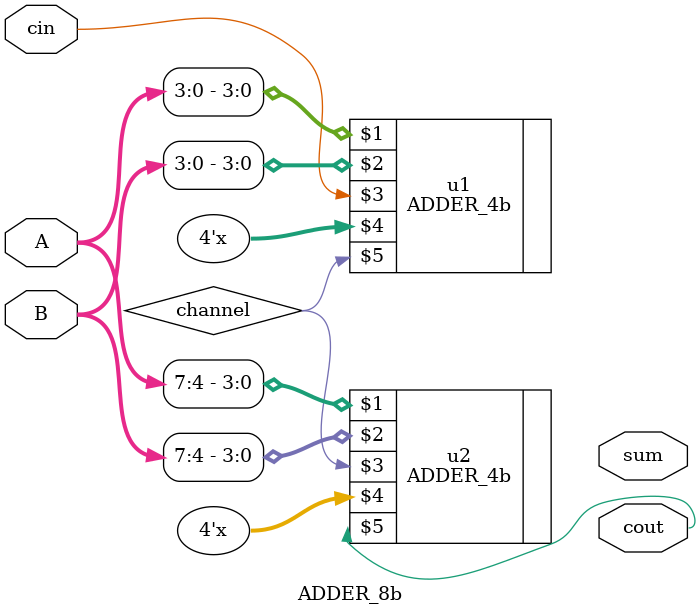
<source format=v>
module ADDER_8b(A, B, cin, sum ,cout);
	input	[7:0]	A, B;
	input 			cin;
	output	[7:0]	sum;
	output			cout;
	wire	channel;

	ADDER_4b u1(A[3:0],B[3:0],cin,Sum[3:0],channel);
	ADDER_4b u2(A[7:4],B[7:4],channel,Sum[7:4],cout);

endmodule
</source>
